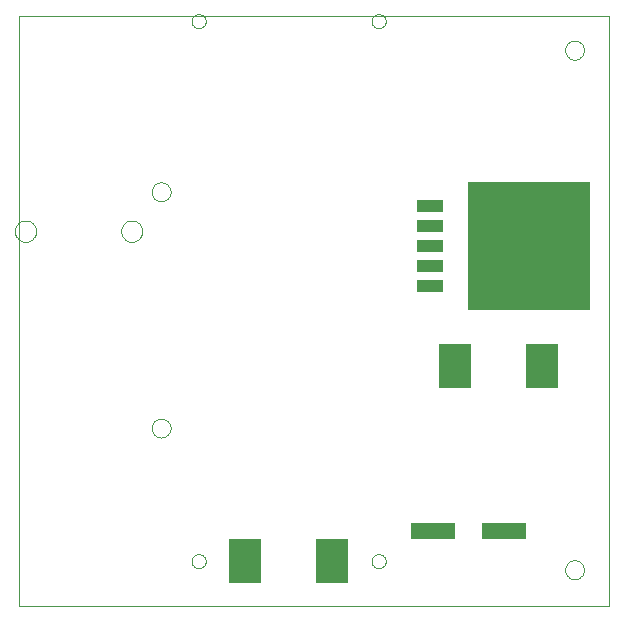
<source format=gbp>
G75*
%MOIN*%
%OFA0B0*%
%FSLAX24Y24*%
%IPPOS*%
%LPD*%
%AMOC8*
5,1,8,0,0,1.08239X$1,22.5*
%
%ADD10C,0.0000*%
%ADD11R,0.4098X0.4252*%
%ADD12R,0.0850X0.0420*%
%ADD13R,0.1102X0.1496*%
%ADD14R,0.1496X0.0551*%
D10*
X001220Y001220D02*
X001220Y020905D01*
X020905Y020905D01*
X020905Y001220D01*
X001220Y001220D01*
X006984Y002720D02*
X006986Y002750D01*
X006992Y002780D01*
X007001Y002809D01*
X007014Y002836D01*
X007031Y002861D01*
X007050Y002884D01*
X007073Y002905D01*
X007098Y002922D01*
X007124Y002936D01*
X007153Y002946D01*
X007182Y002953D01*
X007212Y002956D01*
X007243Y002955D01*
X007273Y002950D01*
X007302Y002941D01*
X007329Y002929D01*
X007355Y002914D01*
X007379Y002895D01*
X007400Y002873D01*
X007418Y002849D01*
X007433Y002822D01*
X007444Y002794D01*
X007452Y002765D01*
X007456Y002735D01*
X007456Y002705D01*
X007452Y002675D01*
X007444Y002646D01*
X007433Y002618D01*
X007418Y002591D01*
X007400Y002567D01*
X007379Y002545D01*
X007355Y002526D01*
X007329Y002511D01*
X007302Y002499D01*
X007273Y002490D01*
X007243Y002485D01*
X007212Y002484D01*
X007182Y002487D01*
X007153Y002494D01*
X007124Y002504D01*
X007098Y002518D01*
X007073Y002535D01*
X007050Y002556D01*
X007031Y002579D01*
X007014Y002604D01*
X007001Y002631D01*
X006992Y002660D01*
X006986Y002690D01*
X006984Y002720D01*
X005655Y007158D02*
X005657Y007193D01*
X005663Y007228D01*
X005673Y007262D01*
X005686Y007295D01*
X005703Y007326D01*
X005724Y007354D01*
X005747Y007381D01*
X005774Y007404D01*
X005802Y007425D01*
X005833Y007442D01*
X005866Y007455D01*
X005900Y007465D01*
X005935Y007471D01*
X005970Y007473D01*
X006005Y007471D01*
X006040Y007465D01*
X006074Y007455D01*
X006107Y007442D01*
X006138Y007425D01*
X006166Y007404D01*
X006193Y007381D01*
X006216Y007354D01*
X006237Y007326D01*
X006254Y007295D01*
X006267Y007262D01*
X006277Y007228D01*
X006283Y007193D01*
X006285Y007158D01*
X006283Y007123D01*
X006277Y007088D01*
X006267Y007054D01*
X006254Y007021D01*
X006237Y006990D01*
X006216Y006962D01*
X006193Y006935D01*
X006166Y006912D01*
X006138Y006891D01*
X006107Y006874D01*
X006074Y006861D01*
X006040Y006851D01*
X006005Y006845D01*
X005970Y006843D01*
X005935Y006845D01*
X005900Y006851D01*
X005866Y006861D01*
X005833Y006874D01*
X005802Y006891D01*
X005774Y006912D01*
X005747Y006935D01*
X005724Y006962D01*
X005703Y006990D01*
X005686Y007021D01*
X005673Y007054D01*
X005663Y007088D01*
X005657Y007123D01*
X005655Y007158D01*
X012984Y002720D02*
X012986Y002750D01*
X012992Y002780D01*
X013001Y002809D01*
X013014Y002836D01*
X013031Y002861D01*
X013050Y002884D01*
X013073Y002905D01*
X013098Y002922D01*
X013124Y002936D01*
X013153Y002946D01*
X013182Y002953D01*
X013212Y002956D01*
X013243Y002955D01*
X013273Y002950D01*
X013302Y002941D01*
X013329Y002929D01*
X013355Y002914D01*
X013379Y002895D01*
X013400Y002873D01*
X013418Y002849D01*
X013433Y002822D01*
X013444Y002794D01*
X013452Y002765D01*
X013456Y002735D01*
X013456Y002705D01*
X013452Y002675D01*
X013444Y002646D01*
X013433Y002618D01*
X013418Y002591D01*
X013400Y002567D01*
X013379Y002545D01*
X013355Y002526D01*
X013329Y002511D01*
X013302Y002499D01*
X013273Y002490D01*
X013243Y002485D01*
X013212Y002484D01*
X013182Y002487D01*
X013153Y002494D01*
X013124Y002504D01*
X013098Y002518D01*
X013073Y002535D01*
X013050Y002556D01*
X013031Y002579D01*
X013014Y002604D01*
X013001Y002631D01*
X012992Y002660D01*
X012986Y002690D01*
X012984Y002720D01*
X019435Y002434D02*
X019437Y002469D01*
X019443Y002504D01*
X019453Y002538D01*
X019466Y002571D01*
X019483Y002602D01*
X019504Y002630D01*
X019527Y002657D01*
X019554Y002680D01*
X019582Y002701D01*
X019613Y002718D01*
X019646Y002731D01*
X019680Y002741D01*
X019715Y002747D01*
X019750Y002749D01*
X019785Y002747D01*
X019820Y002741D01*
X019854Y002731D01*
X019887Y002718D01*
X019918Y002701D01*
X019946Y002680D01*
X019973Y002657D01*
X019996Y002630D01*
X020017Y002602D01*
X020034Y002571D01*
X020047Y002538D01*
X020057Y002504D01*
X020063Y002469D01*
X020065Y002434D01*
X020063Y002399D01*
X020057Y002364D01*
X020047Y002330D01*
X020034Y002297D01*
X020017Y002266D01*
X019996Y002238D01*
X019973Y002211D01*
X019946Y002188D01*
X019918Y002167D01*
X019887Y002150D01*
X019854Y002137D01*
X019820Y002127D01*
X019785Y002121D01*
X019750Y002119D01*
X019715Y002121D01*
X019680Y002127D01*
X019646Y002137D01*
X019613Y002150D01*
X019582Y002167D01*
X019554Y002188D01*
X019527Y002211D01*
X019504Y002238D01*
X019483Y002266D01*
X019466Y002297D01*
X019453Y002330D01*
X019443Y002364D01*
X019437Y002399D01*
X019435Y002434D01*
X004635Y013720D02*
X004637Y013757D01*
X004643Y013794D01*
X004652Y013830D01*
X004666Y013864D01*
X004683Y013897D01*
X004703Y013929D01*
X004726Y013958D01*
X004752Y013984D01*
X004781Y014007D01*
X004812Y014027D01*
X004846Y014044D01*
X004880Y014058D01*
X004916Y014067D01*
X004953Y014073D01*
X004990Y014075D01*
X005027Y014073D01*
X005064Y014067D01*
X005100Y014058D01*
X005134Y014044D01*
X005167Y014027D01*
X005199Y014007D01*
X005228Y013984D01*
X005254Y013958D01*
X005277Y013929D01*
X005297Y013898D01*
X005314Y013864D01*
X005328Y013830D01*
X005337Y013794D01*
X005343Y013757D01*
X005345Y013720D01*
X005343Y013683D01*
X005337Y013646D01*
X005328Y013610D01*
X005314Y013576D01*
X005297Y013543D01*
X005277Y013511D01*
X005254Y013482D01*
X005228Y013456D01*
X005199Y013433D01*
X005168Y013413D01*
X005134Y013396D01*
X005100Y013382D01*
X005064Y013373D01*
X005027Y013367D01*
X004990Y013365D01*
X004953Y013367D01*
X004916Y013373D01*
X004880Y013382D01*
X004846Y013396D01*
X004813Y013413D01*
X004781Y013433D01*
X004752Y013456D01*
X004726Y013482D01*
X004703Y013511D01*
X004683Y013542D01*
X004666Y013576D01*
X004652Y013610D01*
X004643Y013646D01*
X004637Y013683D01*
X004635Y013720D01*
X005655Y015032D02*
X005657Y015067D01*
X005663Y015102D01*
X005673Y015136D01*
X005686Y015169D01*
X005703Y015200D01*
X005724Y015228D01*
X005747Y015255D01*
X005774Y015278D01*
X005802Y015299D01*
X005833Y015316D01*
X005866Y015329D01*
X005900Y015339D01*
X005935Y015345D01*
X005970Y015347D01*
X006005Y015345D01*
X006040Y015339D01*
X006074Y015329D01*
X006107Y015316D01*
X006138Y015299D01*
X006166Y015278D01*
X006193Y015255D01*
X006216Y015228D01*
X006237Y015200D01*
X006254Y015169D01*
X006267Y015136D01*
X006277Y015102D01*
X006283Y015067D01*
X006285Y015032D01*
X006283Y014997D01*
X006277Y014962D01*
X006267Y014928D01*
X006254Y014895D01*
X006237Y014864D01*
X006216Y014836D01*
X006193Y014809D01*
X006166Y014786D01*
X006138Y014765D01*
X006107Y014748D01*
X006074Y014735D01*
X006040Y014725D01*
X006005Y014719D01*
X005970Y014717D01*
X005935Y014719D01*
X005900Y014725D01*
X005866Y014735D01*
X005833Y014748D01*
X005802Y014765D01*
X005774Y014786D01*
X005747Y014809D01*
X005724Y014836D01*
X005703Y014864D01*
X005686Y014895D01*
X005673Y014928D01*
X005663Y014962D01*
X005657Y014997D01*
X005655Y015032D01*
X001095Y013720D02*
X001097Y013757D01*
X001103Y013794D01*
X001112Y013830D01*
X001126Y013864D01*
X001143Y013897D01*
X001163Y013929D01*
X001186Y013958D01*
X001212Y013984D01*
X001241Y014007D01*
X001272Y014027D01*
X001306Y014044D01*
X001340Y014058D01*
X001376Y014067D01*
X001413Y014073D01*
X001450Y014075D01*
X001487Y014073D01*
X001524Y014067D01*
X001560Y014058D01*
X001594Y014044D01*
X001627Y014027D01*
X001659Y014007D01*
X001688Y013984D01*
X001714Y013958D01*
X001737Y013929D01*
X001757Y013898D01*
X001774Y013864D01*
X001788Y013830D01*
X001797Y013794D01*
X001803Y013757D01*
X001805Y013720D01*
X001803Y013683D01*
X001797Y013646D01*
X001788Y013610D01*
X001774Y013576D01*
X001757Y013543D01*
X001737Y013511D01*
X001714Y013482D01*
X001688Y013456D01*
X001659Y013433D01*
X001628Y013413D01*
X001594Y013396D01*
X001560Y013382D01*
X001524Y013373D01*
X001487Y013367D01*
X001450Y013365D01*
X001413Y013367D01*
X001376Y013373D01*
X001340Y013382D01*
X001306Y013396D01*
X001273Y013413D01*
X001241Y013433D01*
X001212Y013456D01*
X001186Y013482D01*
X001163Y013511D01*
X001143Y013542D01*
X001126Y013576D01*
X001112Y013610D01*
X001103Y013646D01*
X001097Y013683D01*
X001095Y013720D01*
X006984Y020720D02*
X006986Y020750D01*
X006992Y020780D01*
X007001Y020809D01*
X007014Y020836D01*
X007031Y020861D01*
X007050Y020884D01*
X007073Y020905D01*
X007098Y020922D01*
X007124Y020936D01*
X007153Y020946D01*
X007182Y020953D01*
X007212Y020956D01*
X007243Y020955D01*
X007273Y020950D01*
X007302Y020941D01*
X007329Y020929D01*
X007355Y020914D01*
X007379Y020895D01*
X007400Y020873D01*
X007418Y020849D01*
X007433Y020822D01*
X007444Y020794D01*
X007452Y020765D01*
X007456Y020735D01*
X007456Y020705D01*
X007452Y020675D01*
X007444Y020646D01*
X007433Y020618D01*
X007418Y020591D01*
X007400Y020567D01*
X007379Y020545D01*
X007355Y020526D01*
X007329Y020511D01*
X007302Y020499D01*
X007273Y020490D01*
X007243Y020485D01*
X007212Y020484D01*
X007182Y020487D01*
X007153Y020494D01*
X007124Y020504D01*
X007098Y020518D01*
X007073Y020535D01*
X007050Y020556D01*
X007031Y020579D01*
X007014Y020604D01*
X007001Y020631D01*
X006992Y020660D01*
X006986Y020690D01*
X006984Y020720D01*
X012984Y020720D02*
X012986Y020750D01*
X012992Y020780D01*
X013001Y020809D01*
X013014Y020836D01*
X013031Y020861D01*
X013050Y020884D01*
X013073Y020905D01*
X013098Y020922D01*
X013124Y020936D01*
X013153Y020946D01*
X013182Y020953D01*
X013212Y020956D01*
X013243Y020955D01*
X013273Y020950D01*
X013302Y020941D01*
X013329Y020929D01*
X013355Y020914D01*
X013379Y020895D01*
X013400Y020873D01*
X013418Y020849D01*
X013433Y020822D01*
X013444Y020794D01*
X013452Y020765D01*
X013456Y020735D01*
X013456Y020705D01*
X013452Y020675D01*
X013444Y020646D01*
X013433Y020618D01*
X013418Y020591D01*
X013400Y020567D01*
X013379Y020545D01*
X013355Y020526D01*
X013329Y020511D01*
X013302Y020499D01*
X013273Y020490D01*
X013243Y020485D01*
X013212Y020484D01*
X013182Y020487D01*
X013153Y020494D01*
X013124Y020504D01*
X013098Y020518D01*
X013073Y020535D01*
X013050Y020556D01*
X013031Y020579D01*
X013014Y020604D01*
X013001Y020631D01*
X012992Y020660D01*
X012986Y020690D01*
X012984Y020720D01*
X019435Y019756D02*
X019437Y019791D01*
X019443Y019826D01*
X019453Y019860D01*
X019466Y019893D01*
X019483Y019924D01*
X019504Y019952D01*
X019527Y019979D01*
X019554Y020002D01*
X019582Y020023D01*
X019613Y020040D01*
X019646Y020053D01*
X019680Y020063D01*
X019715Y020069D01*
X019750Y020071D01*
X019785Y020069D01*
X019820Y020063D01*
X019854Y020053D01*
X019887Y020040D01*
X019918Y020023D01*
X019946Y020002D01*
X019973Y019979D01*
X019996Y019952D01*
X020017Y019924D01*
X020034Y019893D01*
X020047Y019860D01*
X020057Y019826D01*
X020063Y019791D01*
X020065Y019756D01*
X020063Y019721D01*
X020057Y019686D01*
X020047Y019652D01*
X020034Y019619D01*
X020017Y019588D01*
X019996Y019560D01*
X019973Y019533D01*
X019946Y019510D01*
X019918Y019489D01*
X019887Y019472D01*
X019854Y019459D01*
X019820Y019449D01*
X019785Y019443D01*
X019750Y019441D01*
X019715Y019443D01*
X019680Y019449D01*
X019646Y019459D01*
X019613Y019472D01*
X019582Y019489D01*
X019554Y019510D01*
X019527Y019533D01*
X019504Y019560D01*
X019483Y019588D01*
X019466Y019619D01*
X019453Y019652D01*
X019443Y019686D01*
X019437Y019721D01*
X019435Y019756D01*
D11*
X018220Y013220D03*
D12*
X014940Y013220D03*
X014940Y012550D03*
X014940Y011880D03*
X014940Y013890D03*
X014940Y014560D03*
D13*
X015763Y009220D03*
X018677Y009220D03*
X011677Y002720D03*
X008763Y002720D03*
D14*
X015039Y003720D03*
X017401Y003720D03*
M02*

</source>
